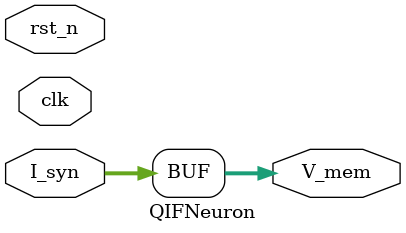
<source format=v>
module QIFNeuron (
  input wire clk,          // Clock input
  input  wire rst_n,       // Reset input
  input  wire [7:0] I_syn,     // Input B (8-bit, signed)
  output  wire [7:0] V_mem     // Output voltage V (8-bit, signed) 
);
  
  wire reset = ! rst_n;
  reg [7:0] A;  
  assign V_mem =I_syn;
  always @(posedge clk  or posedge rst_n) begin
        // if reset, set counter to 0
        if (rst_n) begin
            A <= 0;
        end else begin
            if (A>=8'sd50) begin
                A<=-8'sd20;
            end else begin
               A<=A+I_syn/4+(A/8)*(A/8);
        end
        end
    end
endmodule

</source>
